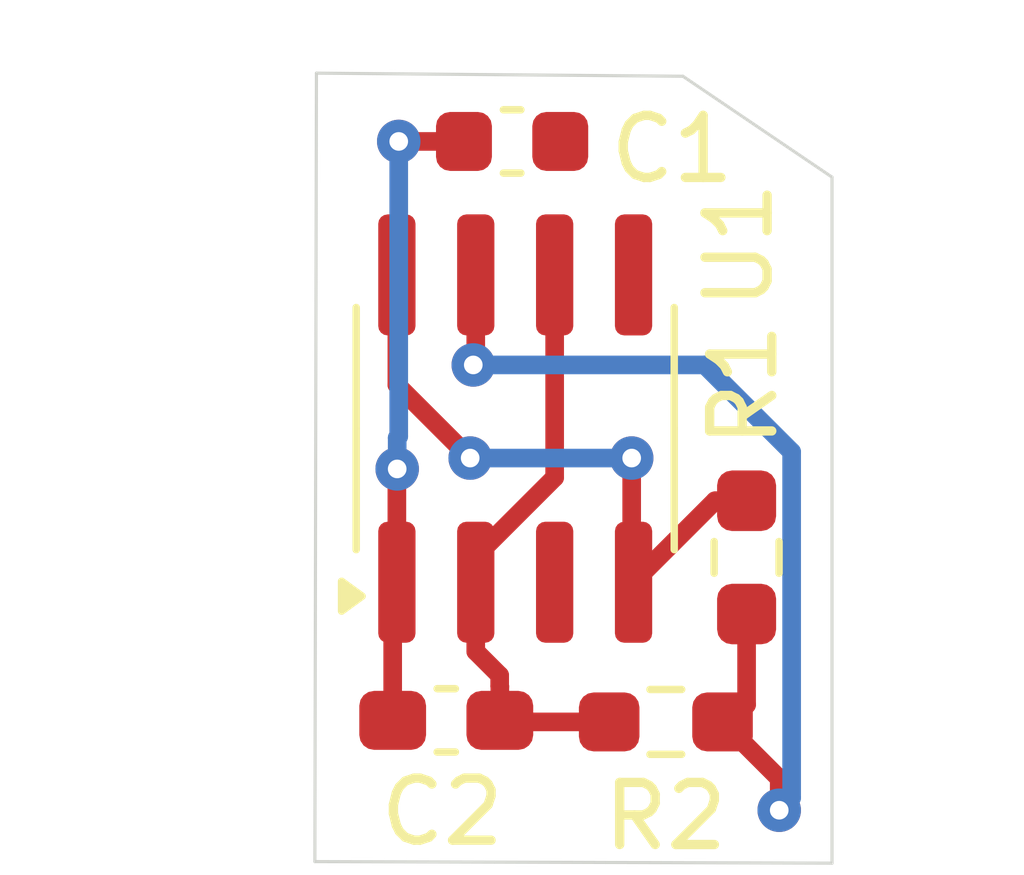
<source format=kicad_pcb>
(kicad_pcb (version 20240108) (generator "pcbnew") (generator_version "8.0")
  (layers (0 "F.Cu" signal) (31 "B.Cu" power) (34 "B.Paste" user) (35 "F.Paste" user) (36 "B.SilkS" user "B.Silkscreen") (37 "F.SilkS" user "F.Silkscreen") (38 "B.Mask" user) (39 "F.Mask" user) (44 "Edge.Cuts" user))
  (net 0 "")
  (net 1 "/TRIGGER")
  (net 2 "+3.3V")
  (net 4 "Net-(U1-DIS)")
  (net 5 "Net-(U1-CV)")
  (net 6 "GND")
  (footprint "Capacitor_SMD:C_0603_1608Metric_Pad1.08x0.95mm_HandSolder" (layer "F.Cu") (at 18.09 27.9 180)
    (property "Reference" "C2" (at 0.065 -1.475 360) (layer "F.SilkS"))
    (property "Value" "C")
    (fp_line (start -0.146267 0.51) (end 0.146267 0.51) (stroke (width 0.12)) (layer "F.SilkS"))
    (fp_line (start -0.146267 -0.51) (end 0.146267 -0.51) (stroke (width 0.12)) (layer "F.SilkS"))
    (pad "1" smd roundrect (at -0.8625 0 180) (size 1.075 0.95) (layers "F.Cu" "F.Paste" "F.Mask") (net 1 "/TRIGGER"))
    (pad "2" smd roundrect (at 0.8625 0 180) (size 1.075 0.95) (layers "F.Cu" "F.Paste" "F.Mask") (net 6 "GND"))
  )
  (footprint "Resistor_SMD:R_0603_1608Metric_Pad0.98x0.95mm_HandSolder" (layer "F.Cu") (at 21.625 27.925 180)
    (property "Reference" "R2" (at 0.005 -1.52 360) (layer "F.SilkS"))
    (property "Value" "R?")
    (fp_line (start -0.254724 0.5225) (end 0.254724 0.5225) (stroke (width 0.12)) (layer "F.SilkS"))
    (fp_line (start -0.254724 -0.5225) (end 0.254724 -0.5225) (stroke (width 0.12)) (layer "F.SilkS"))
    (pad "1" smd roundrect (at -0.9125 0 180) (size 0.975 0.95) (layers "F.Cu" "F.Paste" "F.Mask") (net 4 "Net-(U1-DIS)"))
    (pad "2" smd roundrect (at 0.9125 0 180) (size 0.975 0.95) (layers "F.Cu" "F.Paste" "F.Mask") (net 1 "/TRIGGER"))
  )
  (footprint "Package_SO:SOIC-8_3.9x4.9mm_P1.27mm" (layer "F.Cu") (at 19.2 23.2 90)
    (property "Reference" "U1" (at 2.95 3.6 90) (layer "F.SilkS"))
    (property "Value" "NE555D")
    (fp_line (start 0 -2.56) (end 1.95 -2.56) (stroke (width 0.12)) (layer "F.SilkS"))
    (fp_line (start 0 -2.56) (end -1.95 -2.56) (stroke (width 0.12)) (layer "F.SilkS"))
    (fp_line (start 0 2.56) (end 1.95 2.56) (stroke (width 0.12)) (layer "F.SilkS"))
    (fp_line (start 0 2.56) (end -1.95 2.56) (stroke (width 0.12)) (layer "F.SilkS"))
    (fp_poly (pts (xy -2.7 -2.465) (xy -2.94 -2.795) (xy -2.46 -2.795) (xy -2.7 -2.465)) (stroke (width 0.12)) (fill solid) (layer "F.SilkS"))
    (pad "1" smd roundrect (at -2.475 -1.905 90) (size 1.95 0.6) (layers "F.Cu" "F.Paste" "F.Mask") (net 6 "GND"))
    (pad "2" smd roundrect (at -2.475 -0.635 90) (size 1.95 0.6) (layers "F.Cu" "F.Paste" "F.Mask") (net 1 "/TRIGGER"))
    (pad "3" smd roundrect (at -2.475 0.635 90) (size 1.95 0.6) (layers "F.Cu" "F.Paste" "F.Mask"))
    (pad "4" smd roundrect (at -2.475 1.905 90) (size 1.95 0.6) (layers "F.Cu" "F.Paste" "F.Mask") (net 2 "+3.3V"))
    (pad "5" smd roundrect (at 2.475 1.905 90) (size 1.95 0.6) (layers "F.Cu" "F.Paste" "F.Mask") (net 5 "Net-(U1-CV)"))
    (pad "6" smd roundrect (at 2.475 0.635 90) (size 1.95 0.6) (layers "F.Cu" "F.Paste" "F.Mask") (net 1 "/TRIGGER"))
    (pad "7" smd roundrect (at 2.475 -0.635 90) (size 1.95 0.6) (layers "F.Cu" "F.Paste" "F.Mask") (net 4 "Net-(U1-DIS)"))
    (pad "8" smd roundrect (at 2.475 -1.905 90) (size 1.95 0.6) (layers "F.Cu" "F.Paste" "F.Mask") (net 2 "+3.3V"))
  )
  (footprint "Capacitor_SMD:C_0603_1608Metric" (layer "F.Cu") (at 19.15 18.575 180)
    (property "Reference" "C1" (at -2.575 -0.125 360) (layer "F.SilkS"))
    (property "Value" "0.01 µF (decoupling)")
    (fp_line (start -0.14058 0.51) (end 0.14058 0.51) (stroke (width 0.12)) (layer "F.SilkS"))
    (fp_line (start -0.14058 -0.51) (end 0.14058 -0.51) (stroke (width 0.12)) (layer "F.SilkS"))
    (pad "1" smd roundrect (at -0.775 0 180) (size 0.9 0.95) (layers "F.Cu" "F.Paste" "F.Mask") (net 5 "Net-(U1-CV)"))
    (pad "2" smd roundrect (at 0.775 0 180) (size 0.9 0.95) (layers "F.Cu" "F.Paste" "F.Mask") (net 6 "GND"))
  )
  (footprint "Resistor_SMD:R_0603_1608Metric_Pad0.98x0.95mm_HandSolder" (layer "F.Cu") (at 22.925 25.275 -90)
    (property "Reference" "R1" (at -2.775 0.05 90) (layer "F.SilkS"))
    (property "Value" "R?")
    (fp_line (start -0.254724 0.5225) (end 0.254724 0.5225) (stroke (width 0.12)) (layer "F.SilkS"))
    (fp_line (start -0.254724 -0.5225) (end 0.254724 -0.5225) (stroke (width 0.12)) (layer "F.SilkS"))
    (pad "1" smd roundrect (at -0.9125 0 270) (size 0.975 0.95) (layers "F.Cu" "F.Paste" "F.Mask") (net 2 "+3.3V"))
    (pad "2" smd roundrect (at 0.9125 0 270) (size 0.975 0.95) (layers "F.Cu" "F.Paste" "F.Mask") (net 4 "Net-(U1-DIS)"))
  )
  (gr_line (start 24.3 30.2) (end 24.3 19.15) (stroke (width 0.05)) (layer "Edge.Cuts"))
  (gr_line (start 16 17.475) (end 15.975 30.175) (stroke (width 0.05)) (layer "Edge.Cuts"))
  (gr_line (start 15.975 30.175) (end 24.3 30.2) (stroke (width 0.05)) (layer "Edge.Cuts"))
  (gr_line (start 24.3 19.15) (end 21.9 17.525) (stroke (width 0.05)) (layer "Edge.Cuts"))
  (gr_line (start 21.9 17.525) (end 16 17.475) (stroke (width 0.05)) (layer "Edge.Cuts"))
  (segment (start 19.835 23.988738) (end 18.565 25.258738) (width 0.3) (layer "F.Cu") (net 1))
  (segment (start 18.565 25.258738) (end 18.565 25.675) (width 0.3) (layer "F.Cu") (net 1))
  (segment (start 18.9775 27.925) (end 18.9525 27.9) (width 0.3) (layer "F.Cu") (net 1))
  (segment (start 18.9525 27.3525) (end 18.9525 27.9) (width 0.3) (layer "F.Cu") (net 1))
  (segment (start 18.565 26.79) (end 18.95 27.175) (width 0.3) (layer "F.Cu") (net 1))
  (segment (start 18.95 27.175) (end 18.95 27.35) (width 0.3) (layer "F.Cu") (net 1))
  (segment (start 18.565 25.675) (end 18.565 26.79) (width 0.3) (layer "F.Cu") (net 1))
  (segment (start 20.7125 27.925) (end 18.9775 27.925) (width 0.3) (layer "F.Cu") (net 1))
  (segment (start 19.835 20.725) (end 19.835 23.988738) (width 0.3) (layer "F.Cu") (net 1))
  (segment (start 18.95 27.35) (end 18.9525 27.3525) (width 0.3) (layer "F.Cu") (net 1))
  (segment (start 22.925 24.3625) (end 22.4175 24.3625) (width 0.3) (layer "F.Cu") (net 2))
  (segment (start 21.075 23.675) (end 21.075 25.645) (width 0.3) (layer "F.Cu") (net 2))
  (segment (start 17.295 20.725) (end 17.295 22.495) (width 0.3) (layer "F.Cu") (net 2))
  (segment (start 22.4175 24.3625) (end 21.105 25.675) (width 0.3) (layer "F.Cu") (net 2))
  (segment (start 17.295 22.495) (end 18.475 23.675) (width 0.3) (layer "F.Cu") (net 2))
  (segment (start 21.075 25.645) (end 21.105 25.675) (width 0.3) (layer "F.Cu") (net 2))
  (via (at 21.075 23.675) (size 0.7) (drill 0.3) (layers "F.Cu" "B.Cu") (net 2))
  (via (at 18.475 23.675) (size 0.7) (drill 0.3) (layers "F.Cu" "B.Cu") (net 2))
  (segment (start 18.475 23.675) (end 21.075 23.675) (width 0.3) (layer "B.Cu") (net 2))
  (segment (start 23.45 28.8375) (end 22.5375 27.925) (width 0.3) (layer "F.Cu") (net 4))
  (segment (start 23.45 29.347443) (end 23.45 28.8375) (width 0.3) (layer "F.Cu") (net 4))
  (segment (start 18.565 22.135) (end 18.525 22.175) (width 0.3) (layer "F.Cu") (net 4))
  (segment (start 18.565 20.725) (end 18.565 22.135) (width 0.3) (layer "F.Cu") (net 4))
  (segment (start 22.925 26.1875) (end 22.925 27.6475) (width 0.3) (layer "F.Cu") (net 4))
  (segment (start 22.925 27.6475) (end 22.6425 27.93) (width 0.3) (layer "F.Cu") (net 4))
  (via (at 23.45 29.347443) (size 0.7) (drill 0.3) (layers "F.Cu" "B.Cu") (net 4))
  (via (at 18.525 22.175) (size 0.7) (drill 0.3) (layers "F.Cu" "B.Cu") (net 4))
  (segment (start 23.65 29.147443) (end 23.65 23.575) (width 0.3) (layer "B.Cu") (net 4))
  (segment (start 23.45 29.347443) (end 23.65 29.147443) (width 0.3) (layer "B.Cu") (net 4))
  (segment (start 23.65 23.575) (end 22.25 22.175) (width 0.3) (layer "B.Cu") (net 4))
  (segment (start 22.25 22.175) (end 18.525 22.175) (width 0.3) (layer "B.Cu") (net 4))
  (segment (start 17.2275 27.9) (end 17.2275 25.7425) (width 0.3) (layer "F.Cu") (net 6))
  (segment (start 17.2275 25.7425) (end 17.295 25.675) (width 0.3) (layer "F.Cu") (net 6))
  (segment (start 18.375 18.575) (end 17.325 18.575) (width 0.3) (layer "F.Cu") (net 6))
  (segment (start 17.295 25.675) (end 17.295 23.855) (width 0.3) (layer "F.Cu") (net 6))
  (segment (start 17.295 23.855) (end 17.3 23.85) (width 0.3) (layer "F.Cu") (net 6))
  (via (at 17.3 23.85) (size 0.7) (drill 0.3) (layers "F.Cu" "B.Cu") (net 6))
  (via (at 17.325 18.575) (size 0.7) (drill 0.3) (layers "F.Cu" "B.Cu") (net 6))
  (segment (start 17.3 23.35) (end 17.325 23.325) (width 0.3) (layer "B.Cu") (net 6))
  (segment (start 17.3 23.85) (end 17.3 23.35) (width 0.3) (layer "B.Cu") (net 6))
  (segment (start 17.325 23.325) (end 17.325 18.575) (width 0.3) (layer "B.Cu") (net 6))
)
</source>
